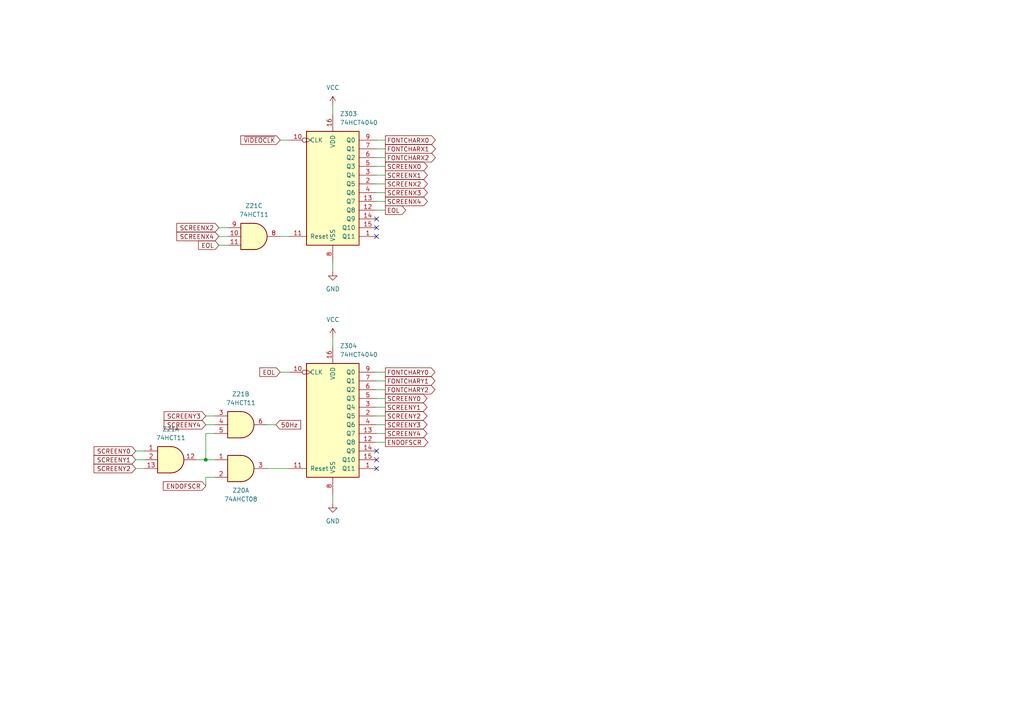
<source format=kicad_sch>
(kicad_sch (version 20211123) (generator eeschema)
  (paper "A4")
  (title_block (title "ACE4NOKB") (date "2020-04-30") (rev "Alpha") (company "Ontobus") (comment 1 "John Bradley") (comment 2 "https://creativecommons.org/licenses/by-nc-sa/4.0/") (comment 3 "Attribution-NonCommercial-ShareAlike 4.0 International License.") (comment 4 "This work is licensed under a Creative Commons "))
  (lib_symbols
    (symbol "74xx:74LS08" (pin_names (offset 1.016))
      (property "Reference" "U" (at 0 1.27 0))
      (property "Value" "74LS08" (at 0 -1.27 0))
      (symbol "74LS08_1_1"
        (arc (start 0 -3.81) (mid 3.81 0) (end 0 3.81) (stroke (width 0.254)) (fill (type background)))
        (polyline (pts (xy 0 3.81) (xy -3.81 3.81) (xy -3.81 -3.81) (xy 0 -3.81)) (stroke (width 0.254)) (fill (type background)))
        (pin input line (at -7.62 2.54 0) (length 3.81) (name "~") (number "1"))
        (pin input line (at -7.62 -2.54 0) (length 3.81) (name "~") (number "2"))
        (pin output line (at 7.62 0 180) (length 3.81) (name "~") (number "3"))
      )
      (symbol "74LS08_1_2"
        (arc (start -3.81 -3.81) (mid -2.589 0) (end -3.81 3.81) (stroke (width 0.254)))
        (arc (start -0.6096 -3.81) (mid 2.1842 -2.5851) (end 3.81 0) (stroke (width 0.254)) (fill (type background)))
        (polyline (pts (xy -3.81 -3.81) (xy -0.635 -3.81)) (stroke (width 0.254)) (fill (type background)))
        (polyline (pts (xy -3.81 3.81) (xy -0.635 3.81)) (stroke (width 0.254)) (fill (type background)))
        (polyline (pts (xy -0.635 3.81) (xy -3.81 3.81) (xy -3.81 3.81) (xy -3.556 3.4036) (xy -3.0226 2.2606) (xy -2.6924 1.0414) (xy -2.6162 -0.254) (xy -2.7686 -1.4986) (xy -3.175 -2.7178) (xy -3.81 -3.81) (xy -3.81 -3.81) (xy -0.635 -3.81)) (stroke (width -25.4)) (fill (type background)))
        (arc (start 3.81 0) (mid 2.1915 2.5936) (end -0.6096 3.81) (stroke (width 0.254)) (fill (type background)))
        (pin input inverted (at -7.62 2.54 0) (length 4.318) (name "~") (number "1"))
        (pin input inverted (at -7.62 -2.54 0) (length 4.318) (name "~") (number "2"))
        (pin output inverted (at 7.62 0 180) (length 3.81) (name "~") (number "3"))
      )
      (symbol "74LS08_2_1"
        (arc (start 0 -3.81) (mid 3.81 0) (end 0 3.81) (stroke (width 0.254)) (fill (type background)))
        (polyline (pts (xy 0 3.81) (xy -3.81 3.81) (xy -3.81 -3.81) (xy 0 -3.81)) (stroke (width 0.254)) (fill (type background)))
        (pin input line (at -7.62 2.54 0) (length 3.81) (name "~") (number "4"))
        (pin input line (at -7.62 -2.54 0) (length 3.81) (name "~") (number "5"))
        (pin output line (at 7.62 0 180) (length 3.81) (name "~") (number "6"))
      )
      (symbol "74LS08_2_2"
        (arc (start -3.81 -3.81) (mid -2.589 0) (end -3.81 3.81) (stroke (width 0.254)))
        (arc (start -0.6096 -3.81) (mid 2.1842 -2.5851) (end 3.81 0) (stroke (width 0.254)) (fill (type background)))
        (polyline (pts (xy -3.81 -3.81) (xy -0.635 -3.81)) (stroke (width 0.254)) (fill (type background)))
        (polyline (pts (xy -3.81 3.81) (xy -0.635 3.81)) (stroke (width 0.254)) (fill (type background)))
        (polyline (pts (xy -0.635 3.81) (xy -3.81 3.81) (xy -3.81 3.81) (xy -3.556 3.4036) (xy -3.0226 2.2606) (xy -2.6924 1.0414) (xy -2.6162 -0.254) (xy -2.7686 -1.4986) (xy -3.175 -2.7178) (xy -3.81 -3.81) (xy -3.81 -3.81) (xy -0.635 -3.81)) (stroke (width -25.4)) (fill (type background)))
        (arc (start 3.81 0) (mid 2.1915 2.5936) (end -0.6096 3.81) (stroke (width 0.254)) (fill (type background)))
        (pin input inverted (at -7.62 2.54 0) (length 4.318) (name "~") (number "4"))
        (pin input inverted (at -7.62 -2.54 0) (length 4.318) (name "~") (number "5"))
        (pin output inverted (at 7.62 0 180) (length 3.81) (name "~") (number "6"))
      )
      (symbol "74LS08_3_1"
        (arc (start 0 -3.81) (mid 3.81 0) (end 0 3.81) (stroke (width 0.254)) (fill (type background)))
        (polyline (pts (xy 0 3.81) (xy -3.81 3.81) (xy -3.81 -3.81) (xy 0 -3.81)) (stroke (width 0.254)) (fill (type background)))
        (pin input line (at -7.62 -2.54 0) (length 3.81) (name "~") (number "10"))
        (pin output line (at 7.62 0 180) (length 3.81) (name "~") (number "8"))
        (pin input line (at -7.62 2.54 0) (length 3.81) (name "~") (number "9"))
      )
      (symbol "74LS08_3_2"
        (arc (start -3.81 -3.81) (mid -2.589 0) (end -3.81 3.81) (stroke (width 0.254)))
        (arc (start -0.6096 -3.81) (mid 2.1842 -2.5851) (end 3.81 0) (stroke (width 0.254)) (fill (type background)))
        (polyline (pts (xy -3.81 -3.81) (xy -0.635 -3.81)) (stroke (width 0.254)) (fill (type background)))
        (polyline (pts (xy -3.81 3.81) (xy -0.635 3.81)) (stroke (width 0.254)) (fill (type background)))
        (polyline (pts (xy -0.635 3.81) (xy -3.81 3.81) (xy -3.81 3.81) (xy -3.556 3.4036) (xy -3.0226 2.2606) (xy -2.6924 1.0414) (xy -2.6162 -0.254) (xy -2.7686 -1.4986) (xy -3.175 -2.7178) (xy -3.81 -3.81) (xy -3.81 -3.81) (xy -0.635 -3.81)) (stroke (width -25.4)) (fill (type background)))
        (arc (start 3.81 0) (mid 2.1915 2.5936) (end -0.6096 3.81) (stroke (width 0.254)) (fill (type background)))
        (pin input inverted (at -7.62 -2.54 0) (length 4.318) (name "~") (number "10"))
        (pin output inverted (at 7.62 0 180) (length 3.81) (name "~") (number "8"))
        (pin input inverted (at -7.62 2.54 0) (length 4.318) (name "~") (number "9"))
      )
      (symbol "74LS08_4_1"
        (arc (start 0 -3.81) (mid 3.81 0) (end 0 3.81) (stroke (width 0.254)) (fill (type background)))
        (polyline (pts (xy 0 3.81) (xy -3.81 3.81) (xy -3.81 -3.81) (xy 0 -3.81)) (stroke (width 0.254)) (fill (type background)))
        (pin output line (at 7.62 0 180) (length 3.81) (name "~") (number "11"))
        (pin input line (at -7.62 2.54 0) (length 3.81) (name "~") (number "12"))
        (pin input line (at -7.62 -2.54 0) (length 3.81) (name "~") (number "13"))
      )
      (symbol "74LS08_4_2"
        (arc (start -3.81 -3.81) (mid -2.589 0) (end -3.81 3.81) (stroke (width 0.254)))
        (arc (start -0.6096 -3.81) (mid 2.1842 -2.5851) (end 3.81 0) (stroke (width 0.254)) (fill (type background)))
        (polyline (pts (xy -3.81 -3.81) (xy -0.635 -3.81)) (stroke (width 0.254)) (fill (type background)))
        (polyline (pts (xy -3.81 3.81) (xy -0.635 3.81)) (stroke (width 0.254)) (fill (type background)))
        (polyline (pts (xy -0.635 3.81) (xy -3.81 3.81) (xy -3.81 3.81) (xy -3.556 3.4036) (xy -3.0226 2.2606) (xy -2.6924 1.0414) (xy -2.6162 -0.254) (xy -2.7686 -1.4986) (xy -3.175 -2.7178) (xy -3.81 -3.81) (xy -3.81 -3.81) (xy -0.635 -3.81)) (stroke (width -25.4)) (fill (type background)))
        (arc (start 3.81 0) (mid 2.1915 2.5936) (end -0.6096 3.81) (stroke (width 0.254)) (fill (type background)))
        (pin output inverted (at 7.62 0 180) (length 3.81) (name "~") (number "11"))
        (pin input inverted (at -7.62 2.54 0) (length 4.318) (name "~") (number "12"))
        (pin input inverted (at -7.62 -2.54 0) (length 4.318) (name "~") (number "13"))
      )
      (symbol "74LS08_5_0"
        (pin power_in line (at 0 12.7 270) (length 5.08) (name "VCC") (number "14"))
        (pin power_in line (at 0 -12.7 90) (length 5.08) (name "GND") (number "7"))
      )
      (symbol "74LS08_5_1"
        (rectangle (start -5.08 7.62) (end 5.08 -7.62) (stroke (width 0.254)) (fill (type background)))
      )
    )
    (symbol "74xx:74LS11" (pin_names (offset 1.016))
      (property "Reference" "U" (at 0 1.27 0))
      (property "Value" "74LS11" (at 0 -1.27 0))
      (symbol "74LS11_1_1"
        (arc (start 0 -3.81) (mid 3.81 0) (end 0 3.81) (stroke (width 0.254)) (fill (type background)))
        (polyline (pts (xy 0 3.81) (xy -3.81 3.81) (xy -3.81 -3.81) (xy 0 -3.81)) (stroke (width 0.254)) (fill (type background)))
        (pin input line (at -7.62 2.54 0) (length 3.81) (name "~") (number "1"))
        (pin output line (at 7.62 0 180) (length 3.81) (name "~") (number "12"))
        (pin input line (at -7.62 -2.54 0) (length 3.81) (name "~") (number "13"))
        (pin input line (at -7.62 0 0) (length 3.81) (name "~") (number "2"))
      )
      (symbol "74LS11_1_2"
        (arc (start -3.81 -3.81) (mid -2.589 0) (end -3.81 3.81) (stroke (width 0.254)))
        (arc (start -0.6096 -3.81) (mid 2.1842 -2.5851) (end 3.81 0) (stroke (width 0.254)) (fill (type background)))
        (polyline (pts (xy -3.81 -3.81) (xy -0.635 -3.81)) (stroke (width 0.254)) (fill (type background)))
        (polyline (pts (xy -3.81 3.81) (xy -0.635 3.81)) (stroke (width 0.254)) (fill (type background)))
        (polyline (pts (xy -0.635 3.81) (xy -3.81 3.81) (xy -3.81 3.81) (xy -3.556 3.4036) (xy -3.0226 2.2606) (xy -2.6924 1.0414) (xy -2.6162 -0.254) (xy -2.7686 -1.4986) (xy -3.175 -2.7178) (xy -3.81 -3.81) (xy -3.81 -3.81) (xy -0.635 -3.81)) (stroke (width -25.4)) (fill (type background)))
        (arc (start 3.81 0) (mid 2.1915 2.5936) (end -0.6096 3.81) (stroke (width 0.254)) (fill (type background)))
        (pin input inverted (at -7.62 2.54 0) (length 4.318) (name "~") (number "1"))
        (pin output inverted (at 7.62 0 180) (length 3.81) (name "~") (number "12"))
        (pin input inverted (at -7.62 -2.54 0) (length 4.318) (name "~") (number "13"))
        (pin input inverted (at -7.62 0 0) (length 4.953) (name "~") (number "2"))
      )
      (symbol "74LS11_2_1"
        (arc (start 0 -3.81) (mid 3.81 0) (end 0 3.81) (stroke (width 0.254)) (fill (type background)))
        (polyline (pts (xy 0 3.81) (xy -3.81 3.81) (xy -3.81 -3.81) (xy 0 -3.81)) (stroke (width 0.254)) (fill (type background)))
        (pin input line (at -7.62 2.54 0) (length 3.81) (name "~") (number "3"))
        (pin input line (at -7.62 0 0) (length 3.81) (name "~") (number "4"))
        (pin input line (at -7.62 -2.54 0) (length 3.81) (name "~") (number "5"))
        (pin output line (at 7.62 0 180) (length 3.81) (name "~") (number "6"))
      )
      (symbol "74LS11_2_2"
        (arc (start -3.81 -3.81) (mid -2.589 0) (end -3.81 3.81) (stroke (width 0.254)))
        (arc (start -0.6096 -3.81) (mid 2.1842 -2.5851) (end 3.81 0) (stroke (width 0.254)) (fill (type background)))
        (polyline (pts (xy -3.81 -3.81) (xy -0.635 -3.81)) (stroke (width 0.254)) (fill (type background)))
        (polyline (pts (xy -3.81 3.81) (xy -0.635 3.81)) (stroke (width 0.254)) (fill (type background)))
        (polyline (pts (xy -0.635 3.81) (xy -3.81 3.81) (xy -3.81 3.81) (xy -3.556 3.4036) (xy -3.0226 2.2606) (xy -2.6924 1.0414) (xy -2.6162 -0.254) (xy -2.7686 -1.4986) (xy -3.175 -2.7178) (xy -3.81 -3.81) (xy -3.81 -3.81) (xy -0.635 -3.81)) (stroke (width -25.4)) (fill (type background)))
        (arc (start 3.81 0) (mid 2.1915 2.5936) (end -0.6096 3.81) (stroke (width 0.254)) (fill (type background)))
        (pin input inverted (at -7.62 2.54 0) (length 4.318) (name "~") (number "3"))
        (pin input inverted (at -7.62 0 0) (length 4.953) (name "~") (number "4"))
        (pin input inverted (at -7.62 -2.54 0) (length 4.318) (name "~") (number "5"))
        (pin output inverted (at 7.62 0 180) (length 3.81) (name "~") (number "6"))
      )
      (symbol "74LS11_3_1"
        (arc (start 0 -3.81) (mid 3.81 0) (end 0 3.81) (stroke (width 0.254)) (fill (type background)))
        (polyline (pts (xy 0 3.81) (xy -3.81 3.81) (xy -3.81 -3.81) (xy 0 -3.81)) (stroke (width 0.254)) (fill (type background)))
        (pin input line (at -7.62 0 0) (length 3.81) (name "~") (number "10"))
        (pin input line (at -7.62 -2.54 0) (length 3.81) (name "~") (number "11"))
        (pin output line (at 7.62 0 180) (length 3.81) (name "~") (number "8"))
        (pin input line (at -7.62 2.54 0) (length 3.81) (name "~") (number "9"))
      )
      (symbol "74LS11_3_2"
        (arc (start -3.81 -3.81) (mid -2.589 0) (end -3.81 3.81) (stroke (width 0.254)))
        (arc (start -0.6096 -3.81) (mid 2.1842 -2.5851) (end 3.81 0) (stroke (width 0.254)) (fill (type background)))
        (polyline (pts (xy -3.81 -3.81) (xy -0.635 -3.81)) (stroke (width 0.254)) (fill (type background)))
        (polyline (pts (xy -3.81 3.81) (xy -0.635 3.81)) (stroke (width 0.254)) (fill (type background)))
        (polyline (pts (xy -0.635 3.81) (xy -3.81 3.81) (xy -3.81 3.81) (xy -3.556 3.4036) (xy -3.0226 2.2606) (xy -2.6924 1.0414) (xy -2.6162 -0.254) (xy -2.7686 -1.4986) (xy -3.175 -2.7178) (xy -3.81 -3.81) (xy -3.81 -3.81) (xy -0.635 -3.81)) (stroke (width -25.4)) (fill (type background)))
        (arc (start 3.81 0) (mid 2.1915 2.5936) (end -0.6096 3.81) (stroke (width 0.254)) (fill (type background)))
        (pin input inverted (at -7.62 0 0) (length 4.953) (name "~") (number "10"))
        (pin input inverted (at -7.62 -2.54 0) (length 4.318) (name "~") (number "11"))
        (pin output inverted (at 7.62 0 180) (length 3.81) (name "~") (number "8"))
        (pin input inverted (at -7.62 2.54 0) (length 4.318) (name "~") (number "9"))
      )
      (symbol "74LS11_4_0"
        (pin power_in line (at 0 12.7 270) (length 5.08) (name "VCC") (number "14"))
        (pin power_in line (at 0 -12.7 90) (length 5.08) (name "GND") (number "7"))
      )
      (symbol "74LS11_4_1"
        (rectangle (start -5.08 7.62) (end 5.08 -7.62) (stroke (width 0.254)) (fill (type background)))
      )
    )
    (symbol "ExtraSymbols:74HCT4040" (pin_names (offset 1.016))
      (property "Reference" "U" (at -7.62 16.51 0))
      (property "Value" "74HCT4040" (at -7.62 -19.05 0))
      (symbol "74HCT4040_1_0"
        (pin output line (at 12.7 -15.24 180) (length 5.08) (name "Q11") (number "1"))
        (pin input inverted_clock (at -12.7 12.7 0) (length 5.08) (name "CLK") (number "10"))
        (pin input line (at -12.7 -15.24 0) (length 5.08) (name "Reset") (number "11"))
        (pin output line (at 12.7 -7.62 180) (length 5.08) (name "Q8") (number "12"))
        (pin output line (at 12.7 -5.08 180) (length 5.08) (name "Q7") (number "13"))
        (pin output line (at 12.7 -10.16 180) (length 5.08) (name "Q9") (number "14"))
        (pin output line (at 12.7 -12.7 180) (length 5.08) (name "Q10") (number "15"))
        (pin power_in line (at 0 20.32 270) (length 5.08) (name "VDD") (number "16"))
        (pin output line (at 12.7 0 180) (length 5.08) (name "Q5") (number "2"))
        (pin output line (at 12.7 2.54 180) (length 5.08) (name "Q4") (number "3"))
        (pin output line (at 12.7 -2.54 180) (length 5.08) (name "Q6") (number "4"))
        (pin output line (at 12.7 5.08 180) (length 5.08) (name "Q3") (number "5"))
        (pin output line (at 12.7 7.62 180) (length 5.08) (name "Q2") (number "6"))
        (pin output line (at 12.7 10.16 180) (length 5.08) (name "Q1") (number "7"))
        (pin power_in line (at 0 -22.86 90) (length 5.08) (name "VSS") (number "8"))
        (pin output line (at 12.7 12.7 180) (length 5.08) (name "Q0") (number "9"))
      )
      (symbol "74HCT4040_1_1"
        (rectangle (start -7.62 15.24) (end 7.62 -17.78) (stroke (width 0.254)) (fill (type background)))
      )
    )
    (symbol "power:GND" (power) (pin_names (offset 0))
      (property "Value" "GND" (at 0 -3.81 0))
      (symbol "GND_0_1"
        (polyline (pts (xy 0 0) (xy 0 -1.27) (xy 1.27 -1.27) (xy 0 -2.54) (xy -1.27 -1.27) (xy 0 -1.27)))
      )
      (symbol "GND_1_1"
        (pin power_in line (at 0 0 270) (length 0) hide (name "GND") (number "1"))
      )
    )
    (symbol "power:VCC" (power) (pin_names (offset 0))
      (property "Value" "VCC" (at 0 3.81 0))
      (symbol "VCC_0_1"
        (polyline (pts (xy -0.762 1.27) (xy 0 2.54)))
        (polyline (pts (xy 0 0) (xy 0 2.54)))
        (polyline (pts (xy 0 2.54) (xy 0.762 1.27)))
      )
      (symbol "VCC_1_1"
        (pin power_in line (at 0 0 90) (length 0) hide (name "VCC") (number "1"))
      )
    )
  )
  (junction (at 59.69 133.35))
  (no_connect (at 109.22 68.58))
  (no_connect (at 109.22 135.89))
  (no_connect (at 109.22 63.5))
  (no_connect (at 109.22 66.04))
  (no_connect (at 109.22 133.35))
  (no_connect (at 109.22 130.81))
  (wire (pts (xy 109.22 40.64) (xy 111.76 40.64)))
  (wire (pts (xy 39.37 133.35) (xy 41.91 133.35)))
  (wire (pts (xy 96.52 100.33) (xy 96.52 97.79)))
  (wire (pts (xy 57.15 133.35) (xy 59.69 133.35)))
  (wire (pts (xy 39.37 130.81) (xy 41.91 130.81)))
  (wire (pts (xy 62.23 138.43) (xy 59.69 138.43)))
  (wire (pts (xy 59.69 133.35) (xy 62.23 133.35)))
  (wire (pts (xy 109.22 48.26) (xy 111.76 48.26)))
  (wire (pts (xy 59.69 125.73) (xy 59.69 133.35)))
  (wire (pts (xy 109.22 60.96) (xy 111.76 60.96)))
  (wire (pts (xy 81.28 68.58) (xy 83.82 68.58)))
  (wire (pts (xy 81.28 107.95) (xy 83.82 107.95)))
  (wire (pts (xy 59.69 120.65) (xy 62.23 120.65)))
  (wire (pts (xy 109.22 115.57) (xy 111.76 115.57)))
  (wire (pts (xy 109.22 55.88) (xy 111.76 55.88)))
  (wire (pts (xy 96.52 143.51) (xy 96.52 146.05)))
  (wire (pts (xy 109.22 118.11) (xy 111.76 118.11)))
  (wire (pts (xy 109.22 43.18) (xy 111.76 43.18)))
  (wire (pts (xy 96.52 76.2) (xy 96.52 78.74)))
  (wire (pts (xy 63.5 68.58) (xy 66.04 68.58)))
  (wire (pts (xy 77.47 123.19) (xy 80.01 123.19)))
  (wire (pts (xy 39.37 135.89) (xy 41.91 135.89)))
  (wire (pts (xy 109.22 107.95) (xy 111.76 107.95)))
  (wire (pts (xy 77.47 135.89) (xy 83.82 135.89)))
  (wire (pts (xy 109.22 123.19) (xy 111.76 123.19)))
  (wire (pts (xy 63.5 71.12) (xy 66.04 71.12)))
  (wire (pts (xy 109.22 45.72) (xy 111.76 45.72)))
  (wire (pts (xy 109.22 53.34) (xy 111.76 53.34)))
  (wire (pts (xy 96.52 33.02) (xy 96.52 30.48)))
  (wire (pts (xy 109.22 125.73) (xy 111.76 125.73)))
  (wire (pts (xy 59.69 125.73) (xy 62.23 125.73)))
  (wire (pts (xy 109.22 128.27) (xy 111.76 128.27)))
  (wire (pts (xy 109.22 120.65) (xy 111.76 120.65)))
  (wire (pts (xy 81.28 40.64) (xy 83.82 40.64)))
  (wire (pts (xy 109.22 58.42) (xy 111.76 58.42)))
  (wire (pts (xy 59.69 138.43) (xy 59.69 140.97)))
  (wire (pts (xy 109.22 110.49) (xy 111.76 110.49)))
  (wire (pts (xy 59.69 123.19) (xy 62.23 123.19)))
  (wire (pts (xy 109.22 113.03) (xy 111.76 113.03)))
  (wire (pts (xy 63.5 66.04) (xy 66.04 66.04)))
  (wire (pts (xy 109.22 50.8) (xy 111.76 50.8)))
  (global_label "SCREENX3" (shape output) (at 111.76 55.88 0) (property "Intersheetrefs" "${INTERSHEET_REFS}" (at 123.8813 55.8006 0) (effects (justify left))))
  (global_label "SCREENY2" (shape output) (at 111.76 120.65 0) (property "Intersheetrefs" "${INTERSHEET_REFS}" (at 123.7604 120.5706 0) (effects (justify left))))
  (global_label "SCREENX1" (shape output) (at 111.76 50.8 0) (property "Intersheetrefs" "${INTERSHEET_REFS}" (at 123.8813 50.7206 0) (effects (justify left))))
  (global_label "FONTCHARX0" (shape output) (at 111.76 40.64 0) (property "Intersheetrefs" "${INTERSHEET_REFS}" (at 118.8618 40.5606 0) (effects (justify left))))
  (global_label "SCREENY4" (shape input) (at 59.69 123.19 180) (property "Intersheetrefs" "${INTERSHEET_REFS}" (at 47.6896 123.1106 0) (effects (justify right))))
  (global_label "SCREENY0" (shape input) (at 39.37 130.81 180) (property "Intersheetrefs" "${INTERSHEET_REFS}" (at 27.3696 130.7306 0) (effects (justify right))))
  (global_label "FONTCHARX1" (shape output) (at 111.76 43.18 0) (property "Intersheetrefs" "${INTERSHEET_REFS}" (at 118.8618 43.1006 0) (effects (justify left))))
  (global_label "FONTCHARX2" (shape output) (at 111.76 45.72 0) (property "Intersheetrefs" "${INTERSHEET_REFS}" (at 118.8618 45.6406 0) (effects (justify left))))
  (global_label "SCREENY3" (shape output) (at 111.76 123.19 0) (property "Intersheetrefs" "${INTERSHEET_REFS}" (at 123.7604 123.1106 0) (effects (justify left))))
  (global_label "EOL" (shape input) (at 81.28 107.95 180) (property "Intersheetrefs" "${INTERSHEET_REFS}" (at 75.4482 107.8706 0) (effects (justify right))))
  (global_label "EOL" (shape output) (at 111.76 60.96 0) (property "Intersheetrefs" "${INTERSHEET_REFS}" (at 117.5918 60.8806 0) (effects (justify left))))
  (global_label "SCREENY0" (shape output) (at 111.76 115.57 0) (property "Intersheetrefs" "${INTERSHEET_REFS}" (at 123.7604 115.4906 0) (effects (justify left))))
  (global_label "SCREENX4" (shape input) (at 63.5 68.58 180) (property "Intersheetrefs" "${INTERSHEET_REFS}" (at 51.3787 68.5006 0) (effects (justify right))))
  (global_label "~{VIDEOCLK}" (shape input) (at 81.28 40.64 180) (property "Intersheetrefs" "${INTERSHEET_REFS}" (at 69.9448 40.5606 0) (effects (justify right))))
  (global_label "SCREENX4" (shape output) (at 111.76 58.42 0) (property "Intersheetrefs" "${INTERSHEET_REFS}" (at 123.8813 58.3406 0) (effects (justify left))))
  (global_label "SCREENX2" (shape input) (at 63.5 66.04 180) (property "Intersheetrefs" "${INTERSHEET_REFS}" (at 51.3787 65.9606 0) (effects (justify right))))
  (global_label "FONTCHARY1" (shape output) (at 111.76 110.49 0) (property "Intersheetrefs" "${INTERSHEET_REFS}" (at 126.0585 110.4106 0) (effects (justify left))))
  (global_label "ENDOFSCR" (shape output) (at 111.76 128.27 0) (property "Intersheetrefs" "${INTERSHEET_REFS}" (at 124.0023 128.1906 0) (effects (justify left))))
  (global_label "SCREENY2" (shape input) (at 39.37 135.89 180) (property "Intersheetrefs" "${INTERSHEET_REFS}" (at 27.3696 135.8106 0) (effects (justify right))))
  (global_label "EOL" (shape input) (at 63.5 71.12 180) (property "Intersheetrefs" "${INTERSHEET_REFS}" (at 57.6682 71.0406 0) (effects (justify right))))
  (global_label "SCREENX0" (shape output) (at 111.76 48.26 0) (property "Intersheetrefs" "${INTERSHEET_REFS}" (at 123.8813 48.1806 0) (effects (justify left))))
  (global_label "FONTCHARY2" (shape output) (at 111.76 113.03 0) (property "Intersheetrefs" "${INTERSHEET_REFS}" (at 126.0585 112.9506 0) (effects (justify left))))
  (global_label "SCREENY1" (shape input) (at 39.37 133.35 180) (property "Intersheetrefs" "${INTERSHEET_REFS}" (at 27.3696 133.2706 0) (effects (justify right))))
  (global_label "FONTCHARY0" (shape output) (at 111.76 107.95 0) (property "Intersheetrefs" "${INTERSHEET_REFS}" (at 126.0585 107.8706 0) (effects (justify left))))
  (global_label "SCREENY1" (shape output) (at 111.76 118.11 0) (property "Intersheetrefs" "${INTERSHEET_REFS}" (at 123.7604 118.0306 0) (effects (justify left))))
  (global_label "50Hz" (shape input) (at 80.01 123.19 0) (property "Intersheetrefs" "${INTERSHEET_REFS}" (at 87.1118 123.1106 0) (effects (justify left))))
  (global_label "SCREENY3" (shape input) (at 59.69 120.65 180) (property "Intersheetrefs" "${INTERSHEET_REFS}" (at 47.6896 120.5706 0) (effects (justify right))))
  (global_label "SCREENX2" (shape output) (at 111.76 53.34 0) (property "Intersheetrefs" "${INTERSHEET_REFS}" (at 123.8813 53.2606 0) (effects (justify left))))
  (global_label "ENDOFSCR" (shape input) (at 59.69 140.97 180) (property "Intersheetrefs" "${INTERSHEET_REFS}" (at 47.4477 140.8906 0) (effects (justify right))))
  (global_label "SCREENY4" (shape output) (at 111.76 125.73 0) (property "Intersheetrefs" "${INTERSHEET_REFS}" (at 123.7604 125.6506 0) (effects (justify left))))
  (symbol (lib_id "ExtraSymbols:74HCT4040") (at 96.52 53.34 0) (unit 1)
    (property "Reference" "Z303" (at 98.5394 33.02 0) (effects (justify left)))
    (property "Value" "74HCT4040" (at 98.5394 35.56 0) (effects (justify left)))
    (property "Footprint" "Package_DIP:DIP-16_W7.62mm_Socket" (effects hide))
    (property "Datasheet" "http://www.ti.com/lit/ds/symlink/cd74hct4040.pdf" (effects hide))
    (property "Description" "CD74HCT4040E, 12-stage Binary Counter, Up Counter 5V, 16-Pin PDIP" (effects hide))
    (property "Height" "5.08" (effects hide))
    (property "Manufacturer_Name" "Texas Instruments" (effects hide))
    (property "Manufacturer_Part_Number" "CD74HCT4040E" (effects hide))
    (property "Mouser Part Number" "595-CD74HCT4040E" (effects hide))
    (property "Mouser Price/Stock" "https://www.mouser.com/Search/Refine.aspx?Keyword=595-CD74HCT4040E" (effects hide))
    (property "RS Part Number" "0635252P" (effects hide))
    (property "RS Price/Stock" "http://uk.rs-online.com/web/p/products/0635252P" (effects hide))
  )
  (symbol (lib_id "74xx:74LS11") (at 73.66 68.58 0) (unit 3)
    (property "Reference" "Z21" (at 73.66 59.69 0))
    (property "Value" "74HCT11" (at 73.66 62.23 0))
    (property "Footprint" "Package_DIP:DIP-14_W7.62mm_Socket" (effects hide))
    (property "Datasheet" "http://www.ti.com/lit/gpn/sn74LS11" (effects hide))
    (property "Manufacturer_Name" "Texas Instruments" (effects hide))
    (property "Manufacturer_Part_Number" "CD74HCT11M" (effects hide))
  )
  (symbol (lib_id "ExtraSymbols:74HCT4040") (at 96.52 120.65 0) (unit 1)
    (property "Reference" "Z304" (at 98.5394 100.33 0) (effects (justify left)))
    (property "Value" "74HCT4040" (at 98.5394 102.87 0) (effects (justify left)))
    (property "Footprint" "Package_DIP:DIP-16_W7.62mm_Socket" (effects hide))
    (property "Datasheet" "http://www.ti.com/lit/ds/symlink/cd74hct4040.pdf" (effects hide))
    (property "Description" "CD74HCT4040E, 12-stage Binary Counter, Up Counter 5V, 16-Pin PDIP" (effects hide))
    (property "Height" "5.08" (effects hide))
    (property "Manufacturer_Name" "Texas Instruments" (effects hide))
    (property "Manufacturer_Part_Number" "CD74HCT4040E" (effects hide))
    (property "Mouser Part Number" "595-CD74HCT4040E" (effects hide))
    (property "Mouser Price/Stock" "https://www.mouser.com/Search/Refine.aspx?Keyword=595-CD74HCT4040E" (effects hide))
    (property "RS Part Number" "0635252P" (effects hide))
    (property "RS Price/Stock" "http://uk.rs-online.com/web/p/products/0635252P" (effects hide))
  )
  (symbol (lib_id "74xx:74LS11") (at 49.53 133.35 0) (unit 1)
    (property "Reference" "Z21" (at 49.53 124.46 0))
    (property "Value" "74HCT11" (at 49.53 127 0))
    (property "Footprint" "Package_DIP:DIP-14_W7.62mm_Socket" (effects hide))
    (property "Datasheet" "http://www.ti.com/lit/gpn/sn74LS11" (effects hide))
    (property "Manufacturer_Name" "Texas Instruments" (effects hide))
    (property "Manufacturer_Part_Number" "CD74HCT11M" (effects hide))
  )
  (symbol (lib_id "74xx:74LS08") (at 69.85 135.89 0) (unit 1)
    (property "Reference" "Z20" (at 69.85 142.24 0))
    (property "Value" "74AHCT08" (at 69.85 144.78 0))
    (property "Footprint" "Package_DIP:DIP-14_W7.62mm_Socket" (effects hide))
    (property "Datasheet" "http://www.ti.com/lit/gpn/sn74LS08" (effects hide))
    (property "Manufacturer_Name" "Texas Instruments" (effects hide))
    (property "Manufacturer_Part_Number" "SN74AHCT08N" (effects hide))
  )
  (symbol (lib_id "74xx:74LS11") (at 69.85 123.19 0) (unit 2)
    (property "Reference" "Z21" (at 69.85 114.3 0))
    (property "Value" "74HCT11" (at 69.85 116.84 0))
    (property "Footprint" "Package_DIP:DIP-14_W7.62mm_Socket" (effects hide))
    (property "Datasheet" "http://www.ti.com/lit/gpn/sn74LS11" (effects hide))
    (property "Manufacturer_Name" "Texas Instruments" (effects hide))
    (property "Manufacturer_Part_Number" "CD74HCT11M" (effects hide))
  )
  (symbol (lib_id "power:VCC") (at 96.52 30.48 0) (unit 1)
    (property "Reference" "#0142" (effects hide))
    (property "Value" "VCC" (at 96.52 25.4 0))
  )
  (symbol (lib_id "power:VCC") (at 96.52 97.79 0) (unit 1)
    (property "Reference" "#0143" (effects hide))
    (property "Value" "VCC" (at 96.52 92.71 0))
  )
  (symbol (lib_id "power:GND") (at 96.52 146.05 0) (unit 1)
    (property "Reference" "#0144" (effects hide))
    (property "Value" "GND" (at 96.52 151.13 0))
  )
  (symbol (lib_id "power:GND") (at 96.52 78.74 0) (unit 1)
    (property "Reference" "#0145" (effects hide))
    (property "Value" "GND" (at 96.52 83.82 0))
  )
)
</source>
